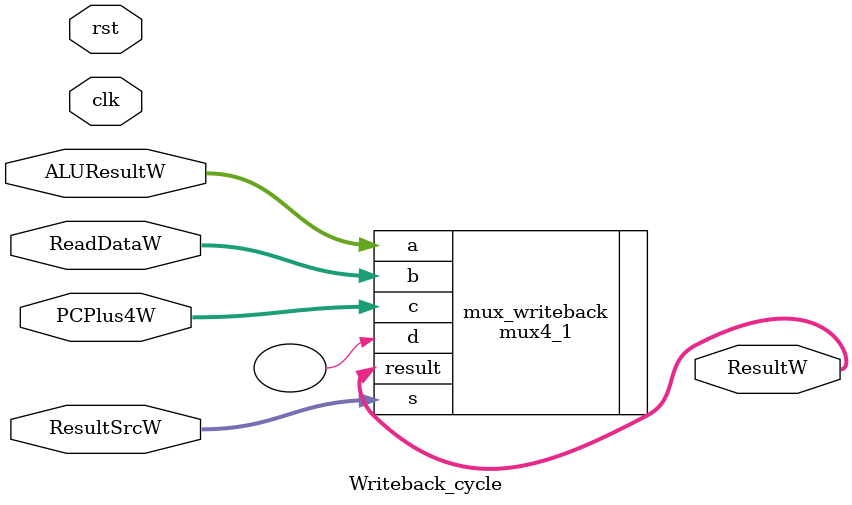
<source format=v>
`timescale 1ns / 1ps


module Writeback_cycle(clk,rst,ResultSrcW,ReadDataW,ALUResultW,
PCPlus4W,ResultW);

input clk,rst;
input [1:0] ResultSrcW;
input [31:0] ReadDataW,ALUResultW,PCPlus4W;

output [31:0] ResultW;

mux4_1 mux_writeback(
                     .a(ALUResultW),
                     .b(ReadDataW),
                     .c(PCPlus4W),
                     .d(),
                     .s(ResultSrcW),
                     .result(ResultW)
                     );

endmodule
</source>
